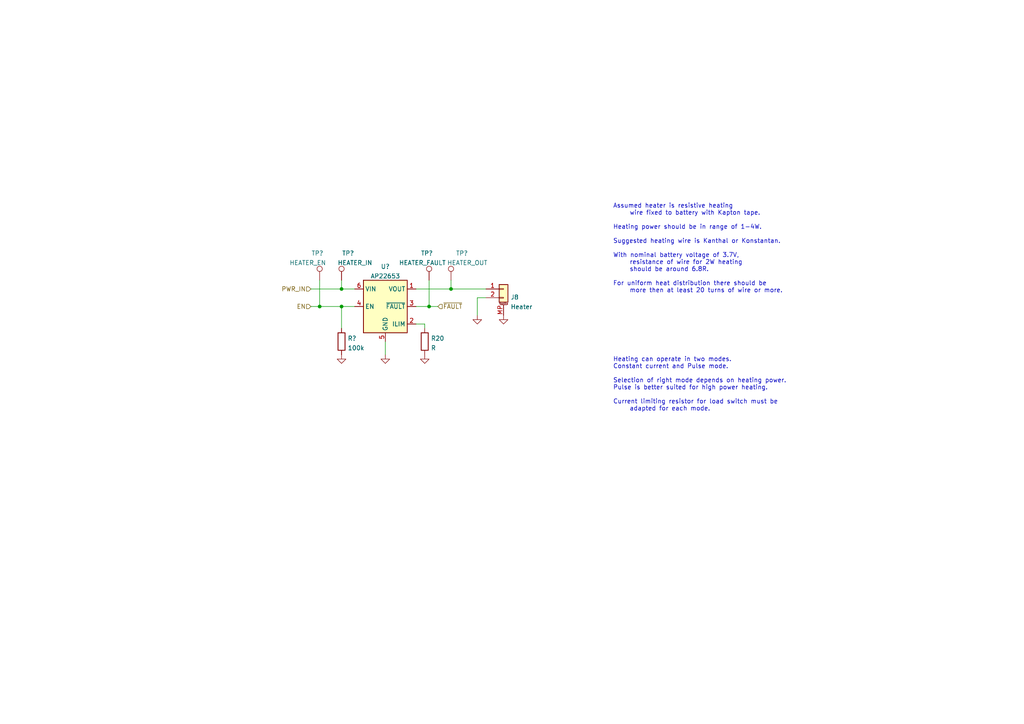
<source format=kicad_sch>
(kicad_sch (version 20210621) (generator eeschema)
  (paper "A4")
  (title_block (title "BUTCube - EPS") (date "2021-06-01") (rev "v1.0") (company "VUT - FIT(STRaDe) & FME(IAE & IPE)") (comment 1 "Author: Petr Malaník"))
  (lib_symbols
    (symbol "Connector:TestPoint" (pin_numbers hide) (pin_names (offset 0.762) hide)
      (property "Reference" "TP" (at 0 6.858 0))
      (property "Value" "TestPoint" (at 0 5.08 0))
      (symbol "TestPoint_0_1"
        (circle (center 0 3.302) (radius 0.762))
      )
      (symbol "TestPoint_1_1"
        (pin passive line (at 0 0 90) (length 2.54) (name "1") (number "1"))
      )
    )
    (symbol "Connector_Generic_MountingPin:Conn_01x02_MountingPin" (pin_names (offset 1.016) hide)
      (property "Reference" "J" (at 0 2.54 0))
      (property "Value" "Conn_01x02_MountingPin" (at 1.27 -5.08 0))
      (symbol "Conn_01x02_MountingPin_1_1"
        (text "Mounting" (at 0 -4.191 0) (effects (font (size 0.381 0.381))))
        (rectangle (start -1.27 -2.413) (end 0 -2.667) (stroke (width 0.1524)))
        (rectangle (start -1.27 0.127) (end 0 -0.127) (stroke (width 0.1524)))
        (rectangle (start -1.27 1.27) (end 1.27 -3.81) (stroke (width 0.254)) (fill (type background)))
        (polyline (pts (xy -1.016 -4.572) (xy 1.016 -4.572)) (stroke (width 0.1524)))
        (pin passive line (at -5.08 0 0) (length 3.81) (name "Pin_1") (number "1"))
        (pin passive line (at -5.08 -2.54 0) (length 3.81) (name "Pin_2") (number "2"))
        (pin passive line (at 0 -7.62 90) (length 3.048) (name "MountPin") (number "MP"))
      )
    )
    (symbol "Device:R" (pin_numbers hide) (pin_names (offset 0))
      (property "Reference" "R" (at 2.032 0 90))
      (property "Value" "R" (at 0 0 90))
      (symbol "R_0_1"
        (rectangle (start -1.016 -2.54) (end 1.016 2.54) (stroke (width 0.254)))
      )
      (symbol "R_1_1"
        (pin passive line (at 0 3.81 270) (length 1.27) (name "~") (number "1"))
        (pin passive line (at 0 -3.81 90) (length 1.27) (name "~") (number "2"))
      )
    )
    (symbol "TCY_power_management:AP22653"
      (property "Reference" "U" (at 8.89 7.62 0))
      (property "Value" "AP22653" (at 0 7.62 0))
      (symbol "AP22653_0_1"
        (rectangle (start -6.35 5.08) (end 6.35 -10.16) (stroke (width 0.254)) (fill (type background)))
      )
      (symbol "AP22653_1_1"
        (pin power_out line (at 8.89 2.54 180) (length 2.54) (name "VOUT") (number "1"))
        (pin passive line (at 8.89 -7.62 180) (length 2.54) (name "ILIM") (number "2"))
        (pin output line (at 8.89 -2.54 180) (length 2.54) (name "~{FAULT}") (number "3"))
        (pin input line (at -8.89 -2.54 0) (length 2.54) (name "EN") (number "4"))
        (pin passive line (at 0 -12.7 90) (length 2.54) (name "GND") (number "5"))
        (pin power_in line (at -8.89 2.54 0) (length 2.54) (name "VIN") (number "6"))
        (pin passive line (at 0 -12.7 90) (length 2.54) hide (name "E_PAD") (number "7"))
      )
    )
    (symbol "power:GND" (power) (pin_names (offset 0))
      (property "Value" "GND" (at 0 -3.81 0))
      (symbol "GND_0_1"
        (polyline (pts (xy 0 0) (xy 0 -1.27) (xy 1.27 -1.27) (xy 0 -2.54) (xy -1.27 -1.27) (xy 0 -1.27)))
      )
      (symbol "GND_1_1"
        (pin power_in line (at 0 0 270) (length 0) hide (name "GND") (number "1"))
      )
    )
  )
  (junction (at 92.71 88.9) (diameter 0.9144))
  (junction (at 99.06 83.82) (diameter 0.9144))
  (junction (at 99.06 88.9) (diameter 0.9144))
  (junction (at 124.46 88.9) (diameter 0.9144))
  (junction (at 130.81 83.82) (diameter 0.9144))
  (wire (pts (xy 90.17 83.82) (xy 99.06 83.82)))
  (wire (pts (xy 90.17 88.9) (xy 92.71 88.9)))
  (wire (pts (xy 92.71 81.28) (xy 92.71 88.9)))
  (wire (pts (xy 92.71 88.9) (xy 99.06 88.9)))
  (wire (pts (xy 99.06 81.28) (xy 99.06 83.82)))
  (wire (pts (xy 99.06 83.82) (xy 102.87 83.82)))
  (wire (pts (xy 99.06 88.9) (xy 102.87 88.9)))
  (wire (pts (xy 99.06 95.25) (xy 99.06 88.9)))
  (wire (pts (xy 111.76 99.06) (xy 111.76 102.87)))
  (wire (pts (xy 120.65 83.82) (xy 130.81 83.82)))
  (wire (pts (xy 120.65 88.9) (xy 124.46 88.9)))
  (wire (pts (xy 120.65 93.98) (xy 123.19 93.98)))
  (wire (pts (xy 123.19 93.98) (xy 123.19 95.25)))
  (wire (pts (xy 124.46 81.28) (xy 124.46 88.9)))
  (wire (pts (xy 124.46 88.9) (xy 127 88.9)))
  (wire (pts (xy 130.81 81.28) (xy 130.81 83.82)))
  (wire (pts (xy 130.81 83.82) (xy 140.97 83.82)))
  (wire (pts (xy 138.43 86.36) (xy 138.43 91.44)))
  (wire (pts (xy 140.97 86.36) (xy 138.43 86.36)))
  (text "Assumed heater is resistive heating\n	wire fixed to battery with Kapton tape.\n\nHeating power should be in range of 1-4W.\n\nSuggested heating wire is Kanthal or Konstantan.\n\nWith nominal battery voltage of 3.7V,\n	resistance of wire for 2W heating\n	should be around 6.8R.\n\nFor uniform heat distribution there should be\n	more then at least 20 turns of wire or more." (at 177.8 85.09 0) (effects (font (size 1.27 1.27)) (justify left bottom)))
  (text "Heating can operate in two modes.\nConstant current and Pulse mode.\n\nSelection of right mode depends on heating power.\nPulse is better suited for high power heating.\n\nCurrent limiting resistor for load switch must be\n	adapted for each mode." (at 177.8 119.38 0) (effects (font (size 1.27 1.27)) (justify left bottom)))
  (hierarchical_label "PWR_IN" (shape input) (at 90.17 83.82 180))
  (hierarchical_label "EN" (shape input) (at 90.17 88.9 180))
  (hierarchical_label "~{FAULT}" (shape input) (at 127 88.9 0))
  (symbol (lib_id "Connector:TestPoint") (at 92.71 81.28 0)
    (property "Reference" "TP?" (at 90.2971 73.45 0) (effects (justify left)))
    (property "Value" "HEATER_EN" (at 83.9471 76.2251 0) (effects (justify left)))
  )
  (symbol (lib_id "Connector:TestPoint") (at 99.06 81.28 0)
    (property "Reference" "TP?" (at 99.1871 73.45 0) (effects (justify left)))
    (property "Value" "HEATER_IN" (at 97.9171 76.2251 0) (effects (justify left)))
  )
  (symbol (lib_id "Connector:TestPoint") (at 124.46 81.28 0)
    (property "Reference" "TP?" (at 122.0471 73.45 0) (effects (justify left)))
    (property "Value" "HEATER_FAULT" (at 115.6971 76.2251 0) (effects (justify left)))
  )
  (symbol (lib_id "Connector:TestPoint") (at 130.81 81.28 0)
    (property "Reference" "TP?" (at 132.2071 73.45 0) (effects (justify left)))
    (property "Value" "HEATER_OUT" (at 129.6671 76.2251 0) (effects (justify left)))
  )
  (symbol (lib_id "power:GND") (at 99.06 102.87 0)
    (property "Reference" "#PWR?" (effects hide))
    (property "Value" "GND" (effects hide))
  )
  (symbol (lib_id "power:GND") (at 111.76 102.87 0)
    (property "Reference" "#PWR056" (effects hide))
    (property "Value" "GND" (effects hide))
  )
  (symbol (lib_id "power:GND") (at 123.19 102.87 0)
    (property "Reference" "#PWR057" (effects hide))
    (property "Value" "GND" (effects hide))
  )
  (symbol (lib_id "power:GND") (at 138.43 91.44 0)
    (property "Reference" "#PWR058" (effects hide))
    (property "Value" "GND" (effects hide))
  )
  (symbol (lib_id "power:GND") (at 146.05 91.44 0)
    (property "Reference" "#PWR059" (effects hide))
    (property "Value" "GND" (effects hide))
  )
  (symbol (lib_id "Device:R") (at 99.06 99.06 0)
    (property "Reference" "R?" (at 100.8381 98.1515 0) (effects (justify left)))
    (property "Value" "100k" (at 100.8381 100.9266 0) (effects (justify left)))
  )
  (symbol (lib_id "Device:R") (at 123.19 99.06 0)
    (property "Reference" "R20" (at 124.9681 98.1515 0) (effects (justify left)))
    (property "Value" "R" (at 124.9681 100.9266 0) (effects (justify left)))
  )
  (symbol (lib_id "Connector_Generic_MountingPin:Conn_01x02_MountingPin") (at 146.05 83.82 0)
    (property "Reference" "J8" (at 148.0821 86.2135 0) (effects (justify left)))
    (property "Value" "Heater" (at 148.0821 88.9886 0) (effects (justify left)))
  )
  (symbol (lib_id "TCY_power_management:AP22653") (at 111.76 86.36 0)
    (property "Reference" "U?" (at 111.76 77.3134 0))
    (property "Value" "AP22653" (at 111.76 80.0885 0))
    (property "Footprint" "Package_DFN_QFN:DFN-6-1EP_2x2mm_P0.65mm_EP1x1.6mm" (effects hide))
    (property "Datasheet" "https://www.diodes.com/assets/Datasheets/AP22652_53_52A_53A.pdf" (effects hide))
  )
)
</source>
